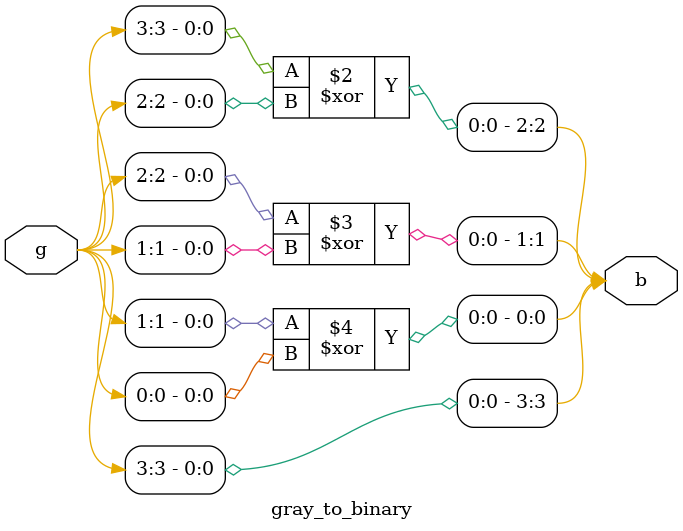
<source format=v>
module gray_to_binary(
      input [3:0]g,
      output reg  [3:0]b);
    
     always@(*)begin
      b[3] = g[3];
      b[2] = g[3] ^ g[2];
      b[1] = g[2] ^ g[1];
      b[0] = g[1] ^ g[0];
     end
endmodule

</source>
